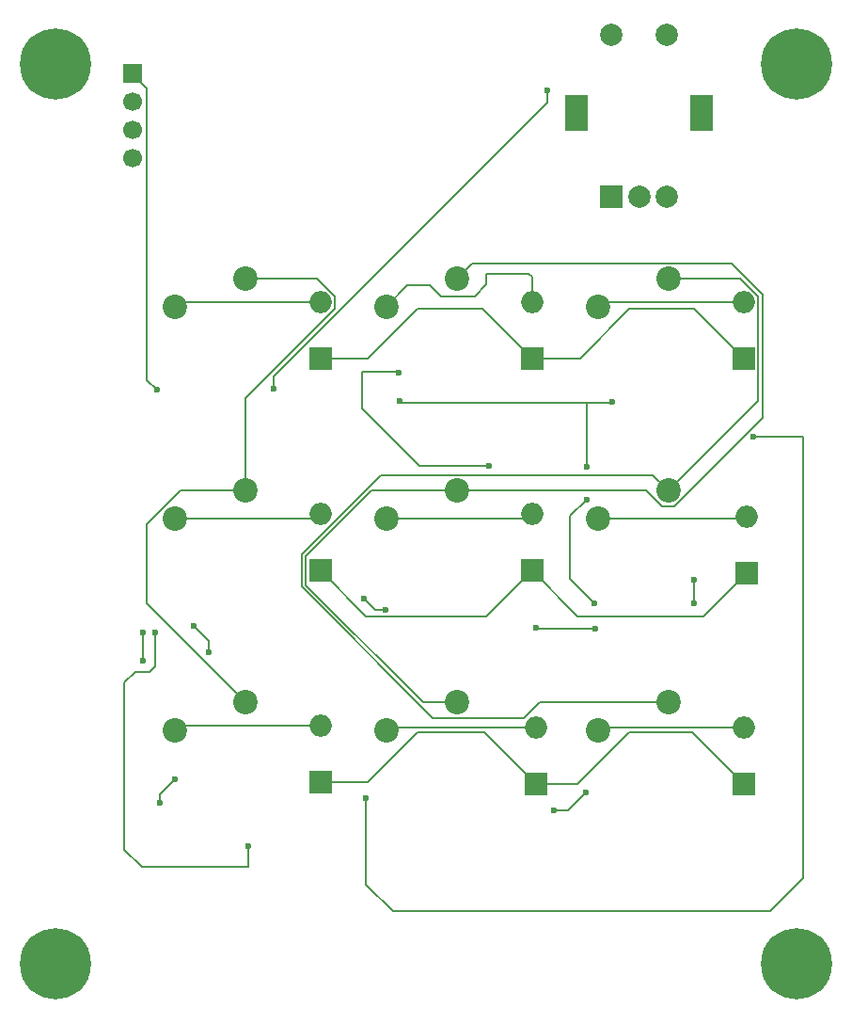
<source format=gbr>
%TF.GenerationSoftware,KiCad,Pcbnew,9.0.1*%
%TF.CreationDate,2025-06-05T14:05:19-05:00*%
%TF.ProjectId,CopyPAD,436f7079-5041-4442-9e6b-696361645f70,rev?*%
%TF.SameCoordinates,Original*%
%TF.FileFunction,Copper,L1,Top*%
%TF.FilePolarity,Positive*%
%FSLAX46Y46*%
G04 Gerber Fmt 4.6, Leading zero omitted, Abs format (unit mm)*
G04 Created by KiCad (PCBNEW 9.0.1) date 2025-06-05 14:05:19*
%MOMM*%
%LPD*%
G01*
G04 APERTURE LIST*
%TA.AperFunction,ComponentPad*%
%ADD10R,2.000000X2.000000*%
%TD*%
%TA.AperFunction,ComponentPad*%
%ADD11C,2.000000*%
%TD*%
%TA.AperFunction,ComponentPad*%
%ADD12R,2.000000X3.200000*%
%TD*%
%TA.AperFunction,ComponentPad*%
%ADD13O,2.000000X2.000000*%
%TD*%
%TA.AperFunction,ComponentPad*%
%ADD14C,6.400000*%
%TD*%
%TA.AperFunction,ComponentPad*%
%ADD15C,2.200000*%
%TD*%
%TA.AperFunction,ComponentPad*%
%ADD16R,1.700000X1.700000*%
%TD*%
%TA.AperFunction,ComponentPad*%
%ADD17C,1.700000*%
%TD*%
%TA.AperFunction,ViaPad*%
%ADD18C,0.600000*%
%TD*%
%TA.AperFunction,Conductor*%
%ADD19C,0.200000*%
%TD*%
G04 APERTURE END LIST*
D10*
%TO.P,SW11,A,A*%
%TO.N,Net-(U1-GPIO27{slash}ADC1{slash}A1)*%
X74472588Y-35182825D03*
D11*
%TO.P,SW11,B,B*%
%TO.N,Net-(U1-GPIO26{slash}ADC0{slash}A0)*%
X79472588Y-35182825D03*
%TO.P,SW11,C,C*%
%TO.N,unconnected-(SW11-PadC)*%
X76972588Y-35182825D03*
D12*
%TO.P,SW11,MP*%
%TO.N,N/C*%
X71372588Y-27682825D03*
X82572588Y-27682825D03*
D11*
%TO.P,SW11,S1,S1*%
%TO.N,unconnected-(SW11-PadS1)*%
X79472588Y-20682825D03*
%TO.P,SW11,S2,S2*%
%TO.N,unconnected-(SW11-PadS2)*%
X74472588Y-20682825D03*
%TD*%
D10*
%TO.P,D6,1,K*%
%TO.N,Row 1*%
X67328838Y-68837825D03*
D13*
%TO.P,D6,2,A*%
%TO.N,Net-(D6-A)*%
X67328838Y-63757825D03*
%TD*%
D14*
%TO.P,H4,1*%
%TO.N,N/C*%
X91141338Y-104239075D03*
%TD*%
D10*
%TO.P,D7,1,K*%
%TO.N,Row 1*%
X86672462Y-69036503D03*
D13*
%TO.P,D7,2,A*%
%TO.N,Net-(D7-A)*%
X86672462Y-63956503D03*
%TD*%
D15*
%TO.P,SW4,1,1*%
%TO.N,Column 0*%
X41502750Y-61644076D03*
%TO.P,SW4,2,2*%
%TO.N,Net-(D5-A)*%
X35152750Y-64184076D03*
%TD*%
D10*
%TO.P,D10,1,K*%
%TO.N,Row 2*%
X86451075Y-88084167D03*
D13*
%TO.P,D10,2,A*%
%TO.N,Net-(D10-A)*%
X86451075Y-83004167D03*
%TD*%
D10*
%TO.P,D4,1,K*%
%TO.N,Row 0*%
X86378838Y-49787825D03*
D13*
%TO.P,D4,2,A*%
%TO.N,Net-(D4-A)*%
X86378838Y-44707825D03*
%TD*%
D15*
%TO.P,SW3,1,1*%
%TO.N,Column 2*%
X79613336Y-42597742D03*
%TO.P,SW3,2,2*%
%TO.N,Net-(D4-A)*%
X73263336Y-45137742D03*
%TD*%
D14*
%TO.P,H2,1*%
%TO.N,N/C*%
X91141338Y-23276575D03*
%TD*%
D10*
%TO.P,D5,1,K*%
%TO.N,Row 1*%
X48278838Y-68837825D03*
D13*
%TO.P,D5,2,A*%
%TO.N,Net-(D5-A)*%
X48278838Y-63757825D03*
%TD*%
D14*
%TO.P,H3,1*%
%TO.N,N/C*%
X24466338Y-104239075D03*
%TD*%
D15*
%TO.P,SW5,1,1*%
%TO.N,Column 1*%
X60552750Y-61644076D03*
%TO.P,SW5,2,2*%
%TO.N,Net-(D6-A)*%
X54202750Y-64184076D03*
%TD*%
D14*
%TO.P,H1,1*%
%TO.N,N/C*%
X24466338Y-23276575D03*
%TD*%
D10*
%TO.P,D8,1,K*%
%TO.N,Row 2*%
X48278838Y-87887825D03*
D13*
%TO.P,D8,2,A*%
%TO.N,Net-(D8-A)*%
X48278838Y-82807825D03*
%TD*%
D10*
%TO.P,D9,1,K*%
%TO.N,Row 2*%
X67672957Y-88084167D03*
D13*
%TO.P,D9,2,A*%
%TO.N,Net-(D9-A)*%
X67672957Y-83004167D03*
%TD*%
D10*
%TO.P,D2,1,K*%
%TO.N,Row 0*%
X48278838Y-49787825D03*
D13*
%TO.P,D2,2,A*%
%TO.N,Net-(D2-A)*%
X48278838Y-44707825D03*
%TD*%
D15*
%TO.P,SW7,1,1*%
%TO.N,Column 0*%
X41500192Y-80644545D03*
%TO.P,SW7,2,2*%
%TO.N,Net-(D8-A)*%
X35150192Y-83184545D03*
%TD*%
%TO.P,SW1,1,1*%
%TO.N,Column 0*%
X41507767Y-42590023D03*
%TO.P,SW1,2,2*%
%TO.N,Net-(D2-A)*%
X35157767Y-45130023D03*
%TD*%
%TO.P,SW9,1,1*%
%TO.N,Column 2*%
X79629327Y-80676568D03*
%TO.P,SW9,2,2*%
%TO.N,Net-(D10-A)*%
X73279327Y-83216568D03*
%TD*%
%TO.P,SW8,1,1*%
%TO.N,Column 1*%
X60548838Y-80694075D03*
%TO.P,SW8,2,2*%
%TO.N,Net-(D9-A)*%
X54198838Y-83234075D03*
%TD*%
%TO.P,SW2,1,1*%
%TO.N,Column 1*%
X60552750Y-42594076D03*
%TO.P,SW2,2,2*%
%TO.N,Net-(D3-A)*%
X54202750Y-45134076D03*
%TD*%
D10*
%TO.P,D3,1,K*%
%TO.N,Row 0*%
X67328838Y-49787825D03*
D13*
%TO.P,D3,2,A*%
%TO.N,Net-(D3-A)*%
X67328838Y-44707825D03*
%TD*%
D15*
%TO.P,SW6,1,1*%
%TO.N,Column 2*%
X79598531Y-61646391D03*
%TO.P,SW6,2,2*%
%TO.N,Net-(D7-A)*%
X73248531Y-64186391D03*
%TD*%
D16*
%TO.P,J1,1,Pin_1*%
%TO.N,GND*%
X31397807Y-24161975D03*
D17*
%TO.P,J1,2,Pin_2*%
%TO.N,+5V*%
X31397807Y-26701975D03*
%TO.P,J1,3,Pin_3*%
%TO.N,/SCL*%
X31397807Y-29241975D03*
%TO.P,J1,4,Pin_4*%
%TO.N,/SDA*%
X31397807Y-31781975D03*
%TD*%
D18*
%TO.N,Net-(D1-DIN)*%
X68735088Y-25645325D03*
X44060088Y-52470325D03*
%TO.N,Net-(D11-DOUT)*%
X33410088Y-74370325D03*
X41760088Y-93595325D03*
%TO.N,Net-(D12-DOUT)*%
X32285088Y-74445325D03*
X32335088Y-76945325D03*
%TO.N,Net-(D13-DOUT)*%
X63460088Y-59395325D03*
X55335088Y-51045325D03*
%TO.N,Net-(D15-DOUT)*%
X87285088Y-56789675D03*
X52410088Y-89345325D03*
%TO.N,Net-(D16-DOUT)*%
X81910088Y-71770325D03*
X81910088Y-69653934D03*
%TO.N,GND*%
X72185088Y-88770325D03*
X72235088Y-62495325D03*
X36910088Y-73820325D03*
X52185088Y-71345325D03*
X33585088Y-52595325D03*
X35185088Y-87620325D03*
X67710088Y-73995325D03*
X55385088Y-53570325D03*
X74560088Y-53695325D03*
X72260088Y-59470325D03*
X33835088Y-89770325D03*
X54110088Y-72351521D03*
X73060088Y-74070325D03*
X69335088Y-90395325D03*
X38235088Y-76195325D03*
X72935088Y-71745325D03*
%TD*%
D19*
%TO.N,Net-(D2-A)*%
X35579965Y-44707825D02*
X35157767Y-45130023D01*
X48278838Y-44707825D02*
X35579965Y-44707825D01*
%TO.N,Net-(D11-DOUT)*%
X33410088Y-77445325D02*
X33410088Y-74370325D01*
X32910088Y-77945325D02*
X33410088Y-77445325D01*
X30635088Y-78920325D02*
X31610088Y-77945325D01*
X31610088Y-77945325D02*
X32910088Y-77945325D01*
X30635088Y-93945325D02*
X30635088Y-78920325D01*
X32185088Y-95495325D02*
X30635088Y-93945325D01*
X41785088Y-95495325D02*
X32185088Y-95495325D01*
X41785088Y-93620325D02*
X41785088Y-95495325D01*
X41760088Y-93595325D02*
X41785088Y-93620325D01*
%TO.N,Net-(D15-DOUT)*%
X87304438Y-56770325D02*
X87285088Y-56789675D01*
X89410088Y-56770325D02*
X87304438Y-56770325D01*
X89435088Y-56795325D02*
X89410088Y-56770325D01*
X88760088Y-99476575D02*
X91735088Y-96501575D01*
X52410088Y-97095325D02*
X54791338Y-99476575D01*
X54791338Y-99476575D02*
X88760088Y-99476575D01*
X52410088Y-89345325D02*
X52410088Y-97095325D01*
X91735088Y-96501575D02*
X91735088Y-56795325D01*
X91735088Y-56795325D02*
X89435088Y-56795325D01*
%TO.N,Net-(D1-DIN)*%
X68735088Y-25645325D02*
X68735088Y-26729575D01*
X44060088Y-51404575D02*
X44060088Y-52470325D01*
X68735088Y-26729575D02*
X44060088Y-51404575D01*
%TO.N,Row 0*%
X62864089Y-45323076D02*
X57038934Y-45323076D01*
X76099520Y-45326742D02*
X81917755Y-45326742D01*
X67328838Y-49787825D02*
X71638437Y-49787825D01*
X71638437Y-49787825D02*
X76099520Y-45326742D01*
X67328838Y-49787825D02*
X62864089Y-45323076D01*
X57038934Y-45323076D02*
X52574185Y-49787825D01*
X81917755Y-45326742D02*
X86378838Y-49787825D01*
X52574185Y-49787825D02*
X48278838Y-49787825D01*
%TO.N,Net-(D2-A)*%
X47856640Y-45130023D02*
X48278838Y-44707825D01*
%TO.N,Net-(D3-A)*%
X63235088Y-43095325D02*
X63235088Y-42120325D01*
X54202750Y-45134076D02*
X56141501Y-43195325D01*
X58160088Y-43195325D02*
X59135088Y-44170325D01*
X56141501Y-43195325D02*
X58160088Y-43195325D01*
X62160088Y-44170325D02*
X63235088Y-43095325D01*
X67060088Y-42120325D02*
X67328838Y-42389075D01*
X59135088Y-44170325D02*
X62160088Y-44170325D01*
X67328838Y-42389075D02*
X67328838Y-44707825D01*
X63235088Y-42120325D02*
X67060088Y-42120325D01*
%TO.N,Net-(D4-A)*%
X73263336Y-45137742D02*
X73693253Y-44707825D01*
X73693253Y-44707825D02*
X86378838Y-44707825D01*
%TO.N,Row 1*%
X63215142Y-72951521D02*
X52392534Y-72951521D01*
X67328838Y-68837825D02*
X63215142Y-72951521D01*
X71446447Y-72955434D02*
X82753531Y-72955434D01*
X82753531Y-72955434D02*
X86672462Y-69036503D01*
X67328838Y-68837825D02*
X71446447Y-72955434D01*
X52392534Y-72951521D02*
X48278838Y-68837825D01*
%TO.N,Net-(D5-A)*%
X35152750Y-64184076D02*
X47852587Y-64184076D01*
X47852587Y-64184076D02*
X48278838Y-63757825D01*
%TO.N,Net-(D6-A)*%
X54202750Y-64184076D02*
X66902587Y-64184076D01*
X66902587Y-64184076D02*
X67328838Y-63757825D01*
%TO.N,Net-(D7-A)*%
X73248531Y-64186391D02*
X86442574Y-64186391D01*
X86442574Y-64186391D02*
X86672462Y-63956503D01*
%TO.N,Row 2*%
X63011865Y-83423075D02*
X67672957Y-88084167D01*
X48278838Y-87887825D02*
X52570272Y-87887825D01*
X57035022Y-83423075D02*
X63011865Y-83423075D01*
X52570272Y-87887825D02*
X57035022Y-83423075D01*
X67672957Y-88084167D02*
X71396246Y-88084167D01*
X71396246Y-88084167D02*
X76074845Y-83405568D01*
X81772476Y-83405568D02*
X86451075Y-88084167D01*
X76074845Y-83405568D02*
X81772476Y-83405568D01*
%TO.N,Net-(D8-A)*%
X35526912Y-82807825D02*
X35150192Y-83184545D01*
X48278838Y-82807825D02*
X35526912Y-82807825D01*
%TO.N,Net-(D9-A)*%
X67672957Y-83004167D02*
X54428746Y-83004167D01*
X54428746Y-83004167D02*
X54198838Y-83234075D01*
%TO.N,Net-(D10-A)*%
X73491728Y-83004167D02*
X73279327Y-83216568D01*
X86451075Y-83004167D02*
X73491728Y-83004167D01*
%TO.N,Net-(D12-DOUT)*%
X32285088Y-74445325D02*
X32335088Y-74495325D01*
X32335088Y-74495325D02*
X32335088Y-76945325D01*
%TO.N,Net-(D13-DOUT)*%
X57160088Y-59395325D02*
X63460088Y-59395325D01*
X52060088Y-54295325D02*
X57160088Y-59395325D01*
X55235088Y-50945325D02*
X55335088Y-51045325D01*
X52060088Y-50945325D02*
X55235088Y-50945325D01*
X52060088Y-50945325D02*
X52060088Y-54295325D01*
%TO.N,Net-(D16-DOUT)*%
X81810088Y-71870325D02*
X81910088Y-71770325D01*
X81910088Y-69653934D02*
X81910088Y-71770325D01*
%TO.N,Column 0*%
X35711436Y-61644076D02*
X32681750Y-64673762D01*
X48000928Y-42590023D02*
X49579838Y-44168933D01*
X32681750Y-64673762D02*
X32681750Y-71826103D01*
X41502750Y-53323805D02*
X41502750Y-61644076D01*
X41507767Y-42590023D02*
X48000928Y-42590023D01*
X49579838Y-44168933D02*
X49579838Y-45246717D01*
X49579838Y-45246717D02*
X41502750Y-53323805D01*
X41502750Y-61644076D02*
X35711436Y-61644076D01*
X32681750Y-71826103D02*
X41500192Y-80644545D01*
%TO.N,Column 1*%
X61950084Y-41196742D02*
X85274747Y-41196742D01*
X88080838Y-55145398D02*
X80178845Y-63047391D01*
X77614902Y-61644076D02*
X60552750Y-61644076D01*
X57533088Y-80694075D02*
X60548838Y-80694075D01*
X79018217Y-63047391D02*
X77614902Y-61644076D01*
X80178845Y-63047391D02*
X79018217Y-63047391D01*
X60552750Y-61644076D02*
X52870587Y-61644076D01*
X88080838Y-44002833D02*
X88080838Y-55145398D01*
X46977838Y-70138825D02*
X57533088Y-80694075D01*
X46977838Y-67536825D02*
X46977838Y-70138825D01*
X85274747Y-41196742D02*
X88080838Y-44002833D01*
X52870587Y-61644076D02*
X46977838Y-67536825D01*
X60552750Y-42594076D02*
X61950084Y-41196742D01*
%TO.N,Column 2*%
X86108647Y-42597742D02*
X87679838Y-44168933D01*
X87679838Y-44168933D02*
X87679838Y-53565084D01*
X46576838Y-67370725D02*
X46576838Y-70304925D01*
X66635338Y-82095075D02*
X68053845Y-80676568D01*
X87679838Y-53565084D02*
X79598531Y-61646391D01*
X58366988Y-82095075D02*
X66635338Y-82095075D01*
X78195216Y-60243076D02*
X53704487Y-60243076D01*
X68053845Y-80676568D02*
X79629327Y-80676568D01*
X53704487Y-60243076D02*
X46576838Y-67370725D01*
X79613336Y-42597742D02*
X86108647Y-42597742D01*
X46576838Y-70304925D02*
X58366988Y-82095075D01*
X79598531Y-61646391D02*
X78195216Y-60243076D01*
%TO.N,GND*%
X72310088Y-59420325D02*
X72260088Y-59470325D01*
X54110088Y-72351521D02*
X53191284Y-72351521D01*
X33835088Y-88970325D02*
X33835088Y-89770325D01*
X38235088Y-76195325D02*
X38235088Y-75145325D01*
X67785088Y-74070325D02*
X67710088Y-73995325D01*
X55561057Y-53746294D02*
X72310088Y-53746294D01*
X35185088Y-87620325D02*
X33835088Y-88970325D01*
X73060088Y-74070325D02*
X67785088Y-74070325D01*
X72310088Y-53746294D02*
X74509119Y-53746294D01*
X74509119Y-53746294D02*
X74560088Y-53695325D01*
X32686767Y-25450935D02*
X31397807Y-24161975D01*
X70777531Y-69587768D02*
X72935088Y-71745325D01*
X70777531Y-63952882D02*
X70777531Y-69587768D01*
X55385088Y-53570325D02*
X55561057Y-53746294D01*
X70560088Y-90395325D02*
X72185088Y-88770325D01*
X33585088Y-52595325D02*
X32686767Y-51697004D01*
X72310088Y-53746294D02*
X72310088Y-59420325D01*
X38235088Y-75145325D02*
X36910088Y-73820325D01*
X69335088Y-90395325D02*
X70560088Y-90395325D01*
X32686767Y-51697004D02*
X32686767Y-25450935D01*
X53191284Y-72351521D02*
X52185088Y-71345325D01*
X72235088Y-62495325D02*
X70777531Y-63952882D01*
%TD*%
M02*

</source>
